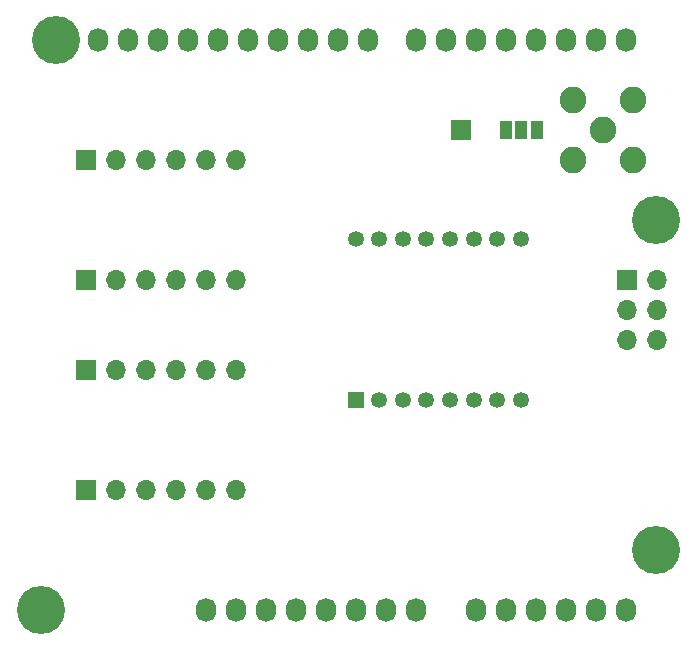
<source format=gbr>
%TF.GenerationSoftware,KiCad,Pcbnew,5.1.9+dfsg1-1+deb11u1*%
%TF.CreationDate,2023-06-15T15:49:45+02:00*%
%TF.ProjectId,LoRa_Uno,4c6f5261-5f55-46e6-9f2e-6b696361645f,rev?*%
%TF.SameCoordinates,Original*%
%TF.FileFunction,Soldermask,Top*%
%TF.FilePolarity,Negative*%
%FSLAX46Y46*%
G04 Gerber Fmt 4.6, Leading zero omitted, Abs format (unit mm)*
G04 Created by KiCad (PCBNEW 5.1.9+dfsg1-1+deb11u1) date 2023-06-15 15:49:45*
%MOMM*%
%LPD*%
G01*
G04 APERTURE LIST*
%ADD10R,1.000000X1.500000*%
%ADD11R,1.700000X1.700000*%
%ADD12C,2.250000*%
%ADD13C,1.350000*%
%ADD14R,1.350000X1.350000*%
%ADD15O,1.700000X1.700000*%
%ADD16O,1.727200X2.032000*%
%ADD17C,4.064000*%
G04 APERTURE END LIST*
D10*
%TO.C,JP1*%
X152929000Y-83185000D03*
X154229000Y-83185000D03*
X155529000Y-83185000D03*
%TD*%
D11*
%TO.C,P9*%
X149098000Y-83185000D03*
%TD*%
D12*
%TO.C,J1*%
X158623000Y-80645000D03*
X163703000Y-80645000D03*
X163703000Y-85725000D03*
X158623000Y-85725000D03*
X161163000Y-83185000D03*
%TD*%
D13*
%TO.C,U1*%
X140208000Y-92445000D03*
X142208000Y-92445000D03*
X144208000Y-92445000D03*
X146208000Y-92445000D03*
X148208000Y-92445000D03*
X150208000Y-92445000D03*
X152208000Y-92445000D03*
X154208000Y-92445000D03*
X154208000Y-106045000D03*
X152208000Y-106045000D03*
X150208000Y-106045000D03*
X148208000Y-106045000D03*
X146208000Y-106045000D03*
X144208000Y-106045000D03*
X142208000Y-106045000D03*
D14*
X140208000Y-106045000D03*
%TD*%
D15*
%TO.C,J7*%
X165735000Y-100965000D03*
X163195000Y-100965000D03*
X165735000Y-98425000D03*
X163195000Y-98425000D03*
X165735000Y-95885000D03*
D11*
X163195000Y-95885000D03*
%TD*%
D16*
%TO.C,P1*%
X127508000Y-123825000D03*
X130048000Y-123825000D03*
X132588000Y-123825000D03*
X135128000Y-123825000D03*
X137668000Y-123825000D03*
X140208000Y-123825000D03*
X142748000Y-123825000D03*
X145288000Y-123825000D03*
%TD*%
%TO.C,P2*%
X150368000Y-123825000D03*
X152908000Y-123825000D03*
X155448000Y-123825000D03*
X157988000Y-123825000D03*
X160528000Y-123825000D03*
X163068000Y-123825000D03*
%TD*%
%TO.C,P3*%
X118364000Y-75565000D03*
X120904000Y-75565000D03*
X123444000Y-75565000D03*
X125984000Y-75565000D03*
X128524000Y-75565000D03*
X131064000Y-75565000D03*
X133604000Y-75565000D03*
X136144000Y-75565000D03*
X138684000Y-75565000D03*
X141224000Y-75565000D03*
%TD*%
%TO.C,P4*%
X145288000Y-75565000D03*
X147828000Y-75565000D03*
X150368000Y-75565000D03*
X152908000Y-75565000D03*
X155448000Y-75565000D03*
X157988000Y-75565000D03*
X160528000Y-75565000D03*
X163068000Y-75565000D03*
%TD*%
D17*
%TO.C,P5*%
X113538000Y-123825000D03*
%TD*%
%TO.C,P6*%
X165608000Y-118745000D03*
%TD*%
%TO.C,P7*%
X114808000Y-75565000D03*
%TD*%
%TO.C,P8*%
X165608000Y-90805000D03*
%TD*%
D11*
%TO.C,J2*%
X117348000Y-95885000D03*
D15*
X119888000Y-95885000D03*
X122428000Y-95885000D03*
X124968000Y-95885000D03*
X127508000Y-95885000D03*
X130048000Y-95885000D03*
%TD*%
%TO.C,J3*%
X130048000Y-113665000D03*
X127508000Y-113665000D03*
X124968000Y-113665000D03*
X122428000Y-113665000D03*
X119888000Y-113665000D03*
D11*
X117348000Y-113665000D03*
%TD*%
%TO.C,J5*%
X117348000Y-85725000D03*
D15*
X119888000Y-85725000D03*
X122428000Y-85725000D03*
X124968000Y-85725000D03*
X127508000Y-85725000D03*
X130048000Y-85725000D03*
%TD*%
%TO.C,J6*%
X130048000Y-103505000D03*
X127508000Y-103505000D03*
X124968000Y-103505000D03*
X122428000Y-103505000D03*
X119888000Y-103505000D03*
D11*
X117348000Y-103505000D03*
%TD*%
M02*

</source>
